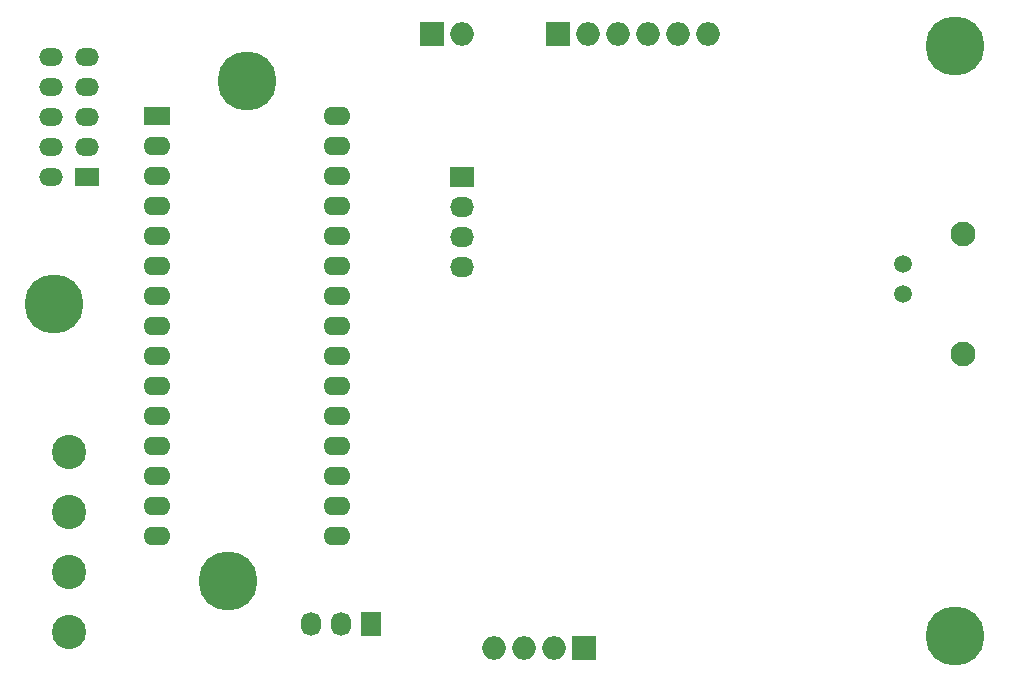
<source format=gbr>
G04 #@! TF.GenerationSoftware,KiCad,Pcbnew,(2017-06-02 revision ac9a64a)-master*
G04 #@! TF.CreationDate,2017-06-11T20:54:29+02:00*
G04 #@! TF.ProjectId,torchctrl,746F7263686374726C2E6B696361645F,rev?*
G04 #@! TF.FileFunction,Soldermask,Bot*
G04 #@! TF.FilePolarity,Negative*
%FSLAX46Y46*%
G04 Gerber Fmt 4.6, Leading zero omitted, Abs format (unit mm)*
G04 Created by KiCad (PCBNEW (2017-06-02 revision ac9a64a)-master) date Sun Jun 11 20:54:29 2017*
%MOMM*%
%LPD*%
G01*
G04 APERTURE LIST*
%ADD10C,0.100000*%
%ADD11C,5.000000*%
%ADD12O,1.998980X1.998980*%
%ADD13R,1.998980X1.998980*%
%ADD14R,2.032000X1.727200*%
%ADD15O,2.032000X1.727200*%
%ADD16R,2.286000X1.574800*%
%ADD17O,2.286000X1.574800*%
%ADD18O,2.000000X1.500000*%
%ADD19R,2.000000X1.500000*%
%ADD20C,1.500000*%
%ADD21C,2.100000*%
%ADD22C,2.900000*%
%ADD23R,1.727200X2.032000*%
%ADD24O,1.727200X2.032000*%
G04 APERTURE END LIST*
D10*
D11*
X110000000Y-63000000D03*
X93662500Y-81851500D03*
X108407200Y-105321100D03*
X170000000Y-110000000D03*
D12*
X128270000Y-59000000D03*
D13*
X125730000Y-59000000D03*
D14*
X128270000Y-71120000D03*
D15*
X128270000Y-73660000D03*
X128270000Y-76200000D03*
X128270000Y-78740000D03*
D16*
X102380000Y-65950000D03*
D17*
X102380000Y-68490000D03*
X102380000Y-71030000D03*
X102380000Y-73570000D03*
X102380000Y-76110000D03*
X102380000Y-78650000D03*
X102380000Y-81190000D03*
X102380000Y-83730000D03*
X102380000Y-86270000D03*
X102380000Y-88810000D03*
X102380000Y-91350000D03*
X102380000Y-93890000D03*
X102380000Y-96430000D03*
X102380000Y-98970000D03*
X102380000Y-101510000D03*
X117620000Y-101510000D03*
X117620000Y-98970000D03*
X117620000Y-96430000D03*
X117620000Y-93890000D03*
X117620000Y-91350000D03*
X117620000Y-88810000D03*
X117620000Y-86270000D03*
X117620000Y-83730000D03*
X117620000Y-81190000D03*
X117620000Y-78650000D03*
X117620000Y-76110000D03*
X117620000Y-73570000D03*
X117620000Y-71030000D03*
X117620000Y-68490000D03*
X117620000Y-65950000D03*
D18*
X96520000Y-60920000D03*
X93480000Y-60920000D03*
X93480000Y-63460000D03*
X96520000Y-63460000D03*
D19*
X96520000Y-71080000D03*
D18*
X93480000Y-71080000D03*
X96520000Y-68540000D03*
X93480000Y-68540000D03*
X96520000Y-66000000D03*
X93480000Y-66000000D03*
D20*
X165620000Y-81000000D03*
X165620000Y-78460000D03*
D21*
X170700000Y-75920000D03*
X170700000Y-86080000D03*
D12*
X144000000Y-59000000D03*
D13*
X136380000Y-59000000D03*
D12*
X138920000Y-59000000D03*
X141460000Y-59000000D03*
X146540000Y-59000000D03*
X149080000Y-59000000D03*
X130920000Y-111000000D03*
D13*
X138540000Y-111000000D03*
D12*
X136000000Y-111000000D03*
X133460000Y-111000000D03*
D22*
X95000000Y-94380000D03*
X95000000Y-99460000D03*
X95000000Y-104540000D03*
X95000000Y-109620000D03*
D23*
X120540000Y-109000000D03*
D24*
X118000000Y-109000000D03*
X115460000Y-109000000D03*
D11*
X170000000Y-60000000D03*
M02*

</source>
